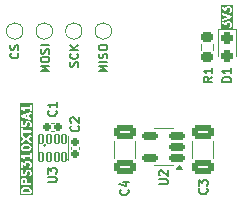
<source format=gbr>
%TF.GenerationSoftware,KiCad,Pcbnew,9.0.0*%
%TF.CreationDate,2025-05-22T16:16:50+04:00*%
%TF.ProjectId,02_02_sensor_barometer (DPS310XTSA1),30325f30-325f-4736-956e-736f725f6261,rev?*%
%TF.SameCoordinates,Original*%
%TF.FileFunction,Legend,Top*%
%TF.FilePolarity,Positive*%
%FSLAX46Y46*%
G04 Gerber Fmt 4.6, Leading zero omitted, Abs format (unit mm)*
G04 Created by KiCad (PCBNEW 9.0.0) date 2025-05-22 16:16:50*
%MOMM*%
%LPD*%
G01*
G04 APERTURE LIST*
G04 Aperture macros list*
%AMRoundRect*
0 Rectangle with rounded corners*
0 $1 Rounding radius*
0 $2 $3 $4 $5 $6 $7 $8 $9 X,Y pos of 4 corners*
0 Add a 4 corners polygon primitive as box body*
4,1,4,$2,$3,$4,$5,$6,$7,$8,$9,$2,$3,0*
0 Add four circle primitives for the rounded corners*
1,1,$1+$1,$2,$3*
1,1,$1+$1,$4,$5*
1,1,$1+$1,$6,$7*
1,1,$1+$1,$8,$9*
0 Add four rect primitives between the rounded corners*
20,1,$1+$1,$2,$3,$4,$5,0*
20,1,$1+$1,$4,$5,$6,$7,0*
20,1,$1+$1,$6,$7,$8,$9,0*
20,1,$1+$1,$8,$9,$2,$3,0*%
G04 Aperture macros list end*
%ADD10C,0.175000*%
%ADD11C,0.150000*%
%ADD12C,0.120000*%
%ADD13C,0.101600*%
%ADD14C,0.059995*%
%ADD15C,0.000000*%
%ADD16RoundRect,0.101600X0.175000X0.725000X-0.175000X0.725000X-0.175000X-0.725000X0.175000X-0.725000X0*%
%ADD17C,0.657200*%
%ADD18RoundRect,0.243750X-0.281250X0.243750X-0.281250X-0.243750X0.281250X-0.243750X0.281250X0.243750X0*%
%ADD19C,1.100000*%
%ADD20RoundRect,0.271739X0.678261X-0.353261X0.678261X0.353261X-0.678261X0.353261X-0.678261X-0.353261X0*%
%ADD21RoundRect,0.225000X-0.300000X0.225000X-0.300000X-0.225000X0.300000X-0.225000X0.300000X0.225000X0*%
%ADD22RoundRect,0.165000X-0.195000X0.165000X-0.195000X-0.165000X0.195000X-0.165000X0.195000X0.165000X0*%
%ADD23RoundRect,0.050000X-0.175260X0.350012X-0.175260X-0.350012X0.175260X-0.350012X0.175260X0.350012X0*%
%ADD24RoundRect,0.165000X-0.165000X-0.195000X0.165000X-0.195000X0.165000X0.195000X-0.165000X0.195000X0*%
%ADD25RoundRect,0.175000X0.537500X0.175000X-0.537500X0.175000X-0.537500X-0.175000X0.537500X-0.175000X0*%
G04 APERTURE END LIST*
D10*
G36*
X141128751Y-107968273D02*
G01*
X141178890Y-107993342D01*
X141225671Y-108040123D01*
X141250364Y-108114200D01*
X141250364Y-108191072D01*
X140675364Y-108191072D01*
X140675364Y-108114200D01*
X140700055Y-108040124D01*
X140746840Y-107993340D01*
X140796971Y-107968274D01*
X140920062Y-107937501D01*
X141005661Y-107937501D01*
X141128751Y-107968273D01*
G37*
G36*
X140857459Y-107207626D02*
G01*
X140873094Y-107223260D01*
X140893221Y-107263514D01*
X140893221Y-107441072D01*
X140675364Y-107441072D01*
X140675364Y-107263514D01*
X140695491Y-107223259D01*
X140711122Y-107207628D01*
X140751378Y-107187501D01*
X140817209Y-107187501D01*
X140857459Y-107207626D01*
G37*
G36*
X141164467Y-104361129D02*
G01*
X141214603Y-104386197D01*
X141230239Y-104401833D01*
X141250364Y-104442083D01*
X141250364Y-104472200D01*
X141230237Y-104512454D01*
X141214602Y-104528088D01*
X141164470Y-104553154D01*
X141041376Y-104583928D01*
X140884348Y-104583928D01*
X140761260Y-104553155D01*
X140711122Y-104528086D01*
X140695491Y-104512455D01*
X140675364Y-104472200D01*
X140675364Y-104442083D01*
X140695489Y-104401833D01*
X140711124Y-104386197D01*
X140761257Y-104361130D01*
X140884348Y-104330357D01*
X141041376Y-104330357D01*
X141164467Y-104361129D01*
G37*
G36*
X141036078Y-101835741D02*
G01*
X140864564Y-101778570D01*
X141036078Y-101721398D01*
X141036078Y-101835741D01*
G37*
G36*
X141512864Y-108453572D02*
G01*
X140412864Y-108453572D01*
X140412864Y-108100001D01*
X140500364Y-108100001D01*
X140500364Y-108278572D01*
X140502045Y-108295642D01*
X140515110Y-108327184D01*
X140539252Y-108351326D01*
X140570794Y-108364391D01*
X140587864Y-108366072D01*
X141337864Y-108366072D01*
X141354934Y-108364391D01*
X141386476Y-108351326D01*
X141410618Y-108327184D01*
X141423683Y-108295642D01*
X141425364Y-108278572D01*
X141425364Y-108100001D01*
X141424513Y-108091361D01*
X141424677Y-108089057D01*
X141423987Y-108086025D01*
X141423683Y-108082931D01*
X141422798Y-108080795D01*
X141420874Y-108072332D01*
X141385160Y-107965188D01*
X141378167Y-107949526D01*
X141376108Y-107947152D01*
X141374904Y-107944245D01*
X141364022Y-107930986D01*
X141292593Y-107859557D01*
X141285880Y-107854047D01*
X141284368Y-107852304D01*
X141281739Y-107850649D01*
X141279334Y-107848675D01*
X141277197Y-107847789D01*
X141269852Y-107843166D01*
X141198423Y-107807452D01*
X141197175Y-107806974D01*
X141196667Y-107806598D01*
X141189509Y-107804041D01*
X141182403Y-107801322D01*
X141181771Y-107801277D01*
X141180514Y-107800828D01*
X141037657Y-107765113D01*
X141034695Y-107764675D01*
X141033505Y-107764182D01*
X141027085Y-107763549D01*
X141020689Y-107762604D01*
X141019411Y-107762794D01*
X141016435Y-107762501D01*
X140909292Y-107762501D01*
X140906316Y-107762794D01*
X140905039Y-107762604D01*
X140898644Y-107763549D01*
X140892222Y-107764182D01*
X140891031Y-107764675D01*
X140888071Y-107765113D01*
X140745213Y-107800827D01*
X140743952Y-107801277D01*
X140743324Y-107801322D01*
X140736244Y-107804031D01*
X140729061Y-107806598D01*
X140728551Y-107806975D01*
X140727304Y-107807453D01*
X140655876Y-107843167D01*
X140648532Y-107847789D01*
X140646394Y-107848675D01*
X140643987Y-107850650D01*
X140641360Y-107852304D01*
X140639847Y-107854047D01*
X140633135Y-107859557D01*
X140561706Y-107930986D01*
X140550824Y-107944245D01*
X140549620Y-107947150D01*
X140547561Y-107949525D01*
X140540568Y-107965188D01*
X140504854Y-108072331D01*
X140502929Y-108080796D01*
X140502045Y-108082931D01*
X140501740Y-108086025D01*
X140501051Y-108089057D01*
X140501214Y-108091361D01*
X140500364Y-108100001D01*
X140412864Y-108100001D01*
X140412864Y-107242858D01*
X140500364Y-107242858D01*
X140500364Y-107528572D01*
X140502045Y-107545642D01*
X140515110Y-107577184D01*
X140539252Y-107601326D01*
X140570794Y-107614391D01*
X140587864Y-107616072D01*
X141337864Y-107616072D01*
X141354934Y-107614391D01*
X141386476Y-107601326D01*
X141410618Y-107577184D01*
X141423683Y-107545642D01*
X141423683Y-107511502D01*
X141410618Y-107479960D01*
X141386476Y-107455818D01*
X141354934Y-107442753D01*
X141337864Y-107441072D01*
X141068221Y-107441072D01*
X141068221Y-107242858D01*
X141066540Y-107225788D01*
X141065336Y-107222883D01*
X141065114Y-107219747D01*
X141058984Y-107203727D01*
X141023270Y-107132298D01*
X141018644Y-107124950D01*
X141017760Y-107122815D01*
X141015787Y-107120411D01*
X141014132Y-107117782D01*
X141012387Y-107116268D01*
X141006878Y-107109556D01*
X140971163Y-107073842D01*
X140964452Y-107068335D01*
X140962939Y-107066590D01*
X140960308Y-107064934D01*
X140957904Y-107062961D01*
X140955767Y-107062076D01*
X140948423Y-107057453D01*
X140876995Y-107021739D01*
X140860976Y-107015608D01*
X140857838Y-107015385D01*
X140854934Y-107014182D01*
X140837864Y-107012501D01*
X140730721Y-107012501D01*
X140713651Y-107014182D01*
X140710746Y-107015385D01*
X140707610Y-107015608D01*
X140691590Y-107021738D01*
X140620161Y-107057452D01*
X140612811Y-107062078D01*
X140610679Y-107062962D01*
X140608277Y-107064932D01*
X140605645Y-107066590D01*
X140604130Y-107068335D01*
X140597420Y-107073843D01*
X140561706Y-107109557D01*
X140556196Y-107116269D01*
X140554453Y-107117782D01*
X140552798Y-107120410D01*
X140550824Y-107122816D01*
X140549938Y-107124952D01*
X140545315Y-107132298D01*
X140509601Y-107203727D01*
X140503471Y-107219747D01*
X140503248Y-107222883D01*
X140502045Y-107225788D01*
X140500364Y-107242858D01*
X140412864Y-107242858D01*
X140412864Y-106492858D01*
X140500364Y-106492858D01*
X140500364Y-106671429D01*
X140502045Y-106688499D01*
X140503248Y-106691403D01*
X140503471Y-106694540D01*
X140509601Y-106710560D01*
X140545315Y-106781989D01*
X140549938Y-106789334D01*
X140550824Y-106791471D01*
X140552798Y-106793876D01*
X140554453Y-106796505D01*
X140556196Y-106798017D01*
X140561706Y-106804730D01*
X140597420Y-106840444D01*
X140604130Y-106845951D01*
X140605645Y-106847697D01*
X140608277Y-106849354D01*
X140610679Y-106851325D01*
X140612811Y-106852208D01*
X140620161Y-106856835D01*
X140691590Y-106892549D01*
X140707610Y-106898679D01*
X140710746Y-106898901D01*
X140713651Y-106900105D01*
X140730721Y-106901786D01*
X140802150Y-106901786D01*
X140819220Y-106900105D01*
X140822124Y-106898901D01*
X140825262Y-106898679D01*
X140841281Y-106892548D01*
X140912709Y-106856834D01*
X140920052Y-106852211D01*
X140922191Y-106851326D01*
X140924597Y-106849350D01*
X140927225Y-106847697D01*
X140928737Y-106845953D01*
X140935450Y-106840444D01*
X140971164Y-106804730D01*
X140976668Y-106798022D01*
X140978417Y-106796506D01*
X140980076Y-106793870D01*
X140982045Y-106791471D01*
X140982928Y-106789339D01*
X140987554Y-106781990D01*
X141023269Y-106710561D01*
X141023747Y-106709311D01*
X141024124Y-106708803D01*
X141026685Y-106701634D01*
X141029400Y-106694541D01*
X141029444Y-106693911D01*
X141029895Y-106692651D01*
X141063280Y-106559108D01*
X141088346Y-106508977D01*
X141103983Y-106493340D01*
X141144233Y-106473215D01*
X141174352Y-106473215D01*
X141214602Y-106493340D01*
X141230239Y-106508977D01*
X141250364Y-106549227D01*
X141250364Y-106692944D01*
X141219140Y-106786616D01*
X141215337Y-106803342D01*
X141217757Y-106837397D01*
X141233026Y-106867934D01*
X141258818Y-106890303D01*
X141291206Y-106901099D01*
X141325261Y-106898679D01*
X141355798Y-106883410D01*
X141378167Y-106857618D01*
X141385160Y-106841956D01*
X141420874Y-106734814D01*
X141422798Y-106726348D01*
X141423683Y-106724214D01*
X141423987Y-106721119D01*
X141424677Y-106718088D01*
X141424513Y-106715783D01*
X141425364Y-106707144D01*
X141425364Y-106528572D01*
X141423683Y-106511502D01*
X141422479Y-106508597D01*
X141422257Y-106505461D01*
X141416126Y-106489441D01*
X141380412Y-106418013D01*
X141375789Y-106410669D01*
X141374904Y-106408531D01*
X141372928Y-106406124D01*
X141371275Y-106403497D01*
X141369531Y-106401984D01*
X141364022Y-106395272D01*
X141328307Y-106359557D01*
X141321594Y-106354047D01*
X141320082Y-106352304D01*
X141317454Y-106350650D01*
X141315048Y-106348675D01*
X141312909Y-106347789D01*
X141305566Y-106343167D01*
X141234138Y-106307453D01*
X141218119Y-106301322D01*
X141214981Y-106301099D01*
X141212077Y-106299896D01*
X141195007Y-106298215D01*
X141123578Y-106298215D01*
X141106508Y-106299896D01*
X141103603Y-106301099D01*
X141100467Y-106301322D01*
X141084447Y-106307453D01*
X141013019Y-106343167D01*
X141005675Y-106347789D01*
X141003537Y-106348675D01*
X141001130Y-106350650D01*
X140998503Y-106352304D01*
X140996990Y-106354047D01*
X140990278Y-106359557D01*
X140954563Y-106395272D01*
X140949053Y-106401984D01*
X140947310Y-106403497D01*
X140945656Y-106406124D01*
X140943681Y-106408531D01*
X140942795Y-106410669D01*
X140938173Y-106418013D01*
X140902459Y-106489441D01*
X140901982Y-106490686D01*
X140901604Y-106491197D01*
X140899043Y-106498363D01*
X140896328Y-106505460D01*
X140896283Y-106506092D01*
X140895834Y-106507350D01*
X140862447Y-106640892D01*
X140837380Y-106691025D01*
X140821745Y-106706661D01*
X140781495Y-106726786D01*
X140751378Y-106726786D01*
X140711122Y-106706658D01*
X140695491Y-106691027D01*
X140675364Y-106650772D01*
X140675364Y-106507057D01*
X140706588Y-106413384D01*
X140710391Y-106396659D01*
X140707971Y-106362604D01*
X140692702Y-106332066D01*
X140666910Y-106309697D01*
X140634522Y-106298901D01*
X140600467Y-106301322D01*
X140569930Y-106316590D01*
X140547561Y-106342382D01*
X140540568Y-106358045D01*
X140504854Y-106465188D01*
X140502929Y-106473653D01*
X140502045Y-106475788D01*
X140501740Y-106478882D01*
X140501051Y-106481914D01*
X140501214Y-106484218D01*
X140500364Y-106492858D01*
X140412864Y-106492858D01*
X140412864Y-105671429D01*
X140500364Y-105671429D01*
X140500364Y-106135715D01*
X140502045Y-106152785D01*
X140515110Y-106184327D01*
X140539252Y-106208469D01*
X140570794Y-106221534D01*
X140604934Y-106221534D01*
X140636476Y-106208469D01*
X140660618Y-106184327D01*
X140673683Y-106152785D01*
X140675364Y-106135715D01*
X140675364Y-105864258D01*
X140815959Y-105987280D01*
X140823338Y-105992555D01*
X140824966Y-105994183D01*
X140826508Y-105994822D01*
X140829912Y-105997255D01*
X140843376Y-106001808D01*
X140856508Y-106007248D01*
X140859459Y-106007248D01*
X140862253Y-106008193D01*
X140876429Y-106007248D01*
X140890648Y-106007248D01*
X140893375Y-106006118D01*
X140896320Y-106005922D01*
X140909061Y-105999620D01*
X140922190Y-105994183D01*
X140924275Y-105992097D01*
X140926923Y-105990788D01*
X140936287Y-105980085D01*
X140946332Y-105970041D01*
X140947460Y-105967315D01*
X140949404Y-105965095D01*
X140953957Y-105951630D01*
X140959397Y-105938499D01*
X140959806Y-105934335D01*
X140960342Y-105932754D01*
X140960188Y-105930457D01*
X140961078Y-105921429D01*
X140961078Y-105834941D01*
X140981203Y-105794691D01*
X140996840Y-105779054D01*
X141037090Y-105758929D01*
X141174352Y-105758929D01*
X141214602Y-105779054D01*
X141230239Y-105794691D01*
X141250364Y-105834941D01*
X141250364Y-106007917D01*
X141230239Y-106048167D01*
X141204563Y-106073843D01*
X141193681Y-106087102D01*
X141180616Y-106118644D01*
X141180616Y-106152786D01*
X141193681Y-106184328D01*
X141217822Y-106208469D01*
X141249364Y-106221534D01*
X141283506Y-106221534D01*
X141315048Y-106208469D01*
X141328307Y-106197587D01*
X141364022Y-106161872D01*
X141369531Y-106155159D01*
X141371275Y-106153647D01*
X141372928Y-106151019D01*
X141374904Y-106148613D01*
X141375789Y-106146474D01*
X141380412Y-106139131D01*
X141416126Y-106067703D01*
X141422257Y-106051683D01*
X141422479Y-106048546D01*
X141423683Y-106045642D01*
X141425364Y-106028572D01*
X141425364Y-105814286D01*
X141423683Y-105797216D01*
X141422479Y-105794311D01*
X141422257Y-105791175D01*
X141416126Y-105775155D01*
X141380412Y-105703727D01*
X141375789Y-105696383D01*
X141374904Y-105694245D01*
X141372928Y-105691838D01*
X141371275Y-105689211D01*
X141369531Y-105687698D01*
X141364022Y-105680986D01*
X141328307Y-105645271D01*
X141321594Y-105639761D01*
X141320082Y-105638018D01*
X141317454Y-105636364D01*
X141315048Y-105634389D01*
X141312909Y-105633503D01*
X141305566Y-105628881D01*
X141234138Y-105593167D01*
X141218119Y-105587036D01*
X141214981Y-105586813D01*
X141212077Y-105585610D01*
X141195007Y-105583929D01*
X141016435Y-105583929D01*
X140999365Y-105585610D01*
X140996460Y-105586813D01*
X140993324Y-105587036D01*
X140977304Y-105593167D01*
X140905876Y-105628881D01*
X140898532Y-105633503D01*
X140896394Y-105634389D01*
X140893987Y-105636364D01*
X140891360Y-105638018D01*
X140889847Y-105639761D01*
X140883135Y-105645271D01*
X140847420Y-105680986D01*
X140841910Y-105687698D01*
X140840167Y-105689211D01*
X140838513Y-105691838D01*
X140836538Y-105694245D01*
X140835652Y-105696383D01*
X140831030Y-105703727D01*
X140808697Y-105748391D01*
X140645483Y-105605579D01*
X140638104Y-105600303D01*
X140636476Y-105598675D01*
X140634932Y-105598035D01*
X140631530Y-105595603D01*
X140618065Y-105591049D01*
X140604934Y-105585610D01*
X140601983Y-105585610D01*
X140599189Y-105584665D01*
X140585013Y-105585610D01*
X140570794Y-105585610D01*
X140568066Y-105586739D01*
X140565122Y-105586936D01*
X140552380Y-105593237D01*
X140539252Y-105598675D01*
X140537166Y-105600760D01*
X140534519Y-105602070D01*
X140525154Y-105612772D01*
X140515110Y-105622817D01*
X140513981Y-105625542D01*
X140512038Y-105627763D01*
X140507484Y-105641227D01*
X140502045Y-105654359D01*
X140501635Y-105658522D01*
X140501100Y-105660104D01*
X140501253Y-105662400D01*
X140500364Y-105671429D01*
X140412864Y-105671429D01*
X140412864Y-105171520D01*
X140500364Y-105171520D01*
X140502045Y-105179924D01*
X140502045Y-105188499D01*
X140505361Y-105196504D01*
X140507060Y-105204999D01*
X140511829Y-105212120D01*
X140515110Y-105220041D01*
X140521235Y-105226166D01*
X140526057Y-105233366D01*
X140539189Y-105244120D01*
X140539252Y-105244183D01*
X140539279Y-105244194D01*
X140539328Y-105244234D01*
X140639262Y-105310855D01*
X140694522Y-105366116D01*
X140723888Y-105424846D01*
X140733026Y-105439362D01*
X140758817Y-105461731D01*
X140791207Y-105472527D01*
X140825262Y-105470106D01*
X140855798Y-105454838D01*
X140878167Y-105429046D01*
X140888963Y-105396656D01*
X140886542Y-105362601D01*
X140880412Y-105346582D01*
X140844697Y-105275154D01*
X140840073Y-105267809D01*
X140839189Y-105265674D01*
X140837215Y-105263268D01*
X140835559Y-105260638D01*
X140833814Y-105259124D01*
X140833654Y-105258929D01*
X141250364Y-105258929D01*
X141250364Y-105385714D01*
X141252045Y-105402784D01*
X141265110Y-105434326D01*
X141289252Y-105458468D01*
X141320794Y-105471533D01*
X141354934Y-105471533D01*
X141386476Y-105458468D01*
X141410618Y-105434326D01*
X141423683Y-105402784D01*
X141425364Y-105385714D01*
X141425364Y-104957143D01*
X141423683Y-104940073D01*
X141410618Y-104908531D01*
X141386476Y-104884389D01*
X141354934Y-104871324D01*
X141320794Y-104871324D01*
X141289252Y-104884389D01*
X141265110Y-104908531D01*
X141252045Y-104940073D01*
X141250364Y-104957143D01*
X141250364Y-105083929D01*
X140587864Y-105083929D01*
X140587803Y-105083934D01*
X140587773Y-105083929D01*
X140587684Y-105083946D01*
X140570794Y-105085610D01*
X140562788Y-105088926D01*
X140554294Y-105090625D01*
X140547172Y-105095394D01*
X140539252Y-105098675D01*
X140533126Y-105104800D01*
X140525927Y-105109622D01*
X140521171Y-105116756D01*
X140515110Y-105122817D01*
X140511795Y-105130819D01*
X140506989Y-105138029D01*
X140505325Y-105146439D01*
X140502045Y-105154359D01*
X140502045Y-105163022D01*
X140500364Y-105171520D01*
X140412864Y-105171520D01*
X140412864Y-104421428D01*
X140500364Y-104421428D01*
X140500364Y-104492857D01*
X140502045Y-104509927D01*
X140503248Y-104512831D01*
X140503471Y-104515968D01*
X140509601Y-104531988D01*
X140545315Y-104603417D01*
X140549938Y-104610762D01*
X140550824Y-104612899D01*
X140552798Y-104615304D01*
X140554453Y-104617933D01*
X140556196Y-104619445D01*
X140561706Y-104626158D01*
X140597420Y-104661872D01*
X140604130Y-104667379D01*
X140605645Y-104669125D01*
X140608277Y-104670782D01*
X140610679Y-104672753D01*
X140612811Y-104673636D01*
X140620161Y-104678263D01*
X140691590Y-104713977D01*
X140692839Y-104714455D01*
X140693347Y-104714831D01*
X140700513Y-104717391D01*
X140707610Y-104720107D01*
X140708238Y-104720151D01*
X140709499Y-104720602D01*
X140852357Y-104756316D01*
X140855317Y-104756753D01*
X140856508Y-104757247D01*
X140862930Y-104757879D01*
X140869325Y-104758825D01*
X140870602Y-104758634D01*
X140873578Y-104758928D01*
X141052150Y-104758928D01*
X141055126Y-104758634D01*
X141056404Y-104758825D01*
X141062800Y-104757879D01*
X141069220Y-104757247D01*
X141070410Y-104756753D01*
X141073372Y-104756316D01*
X141216229Y-104720601D01*
X141217486Y-104720151D01*
X141218119Y-104720107D01*
X141225215Y-104717391D01*
X141232382Y-104714831D01*
X141232892Y-104714452D01*
X141234138Y-104713976D01*
X141305566Y-104678262D01*
X141312910Y-104673638D01*
X141315047Y-104672754D01*
X141317451Y-104670780D01*
X141320082Y-104669125D01*
X141321595Y-104667379D01*
X141328306Y-104661873D01*
X141364021Y-104626159D01*
X141369530Y-104619446D01*
X141371275Y-104617933D01*
X141372930Y-104615303D01*
X141374903Y-104612900D01*
X141375787Y-104610764D01*
X141380413Y-104603417D01*
X141416127Y-104531988D01*
X141422257Y-104515968D01*
X141422479Y-104512831D01*
X141423683Y-104509927D01*
X141425364Y-104492857D01*
X141425364Y-104421428D01*
X141423683Y-104404358D01*
X141422479Y-104401453D01*
X141422257Y-104398317D01*
X141416126Y-104382297D01*
X141380412Y-104310869D01*
X141375788Y-104303523D01*
X141374903Y-104301386D01*
X141372929Y-104298981D01*
X141371275Y-104296353D01*
X141369530Y-104294840D01*
X141364021Y-104288127D01*
X141328306Y-104252413D01*
X141321595Y-104246906D01*
X141320083Y-104245162D01*
X141317452Y-104243506D01*
X141315047Y-104241532D01*
X141312911Y-104240647D01*
X141305567Y-104236024D01*
X141234139Y-104200309D01*
X141232891Y-104199831D01*
X141232382Y-104199454D01*
X141225221Y-104196896D01*
X141218119Y-104194178D01*
X141217486Y-104194133D01*
X141216229Y-104193684D01*
X141073372Y-104157969D01*
X141070410Y-104157531D01*
X141069220Y-104157038D01*
X141062800Y-104156405D01*
X141056404Y-104155460D01*
X141055126Y-104155650D01*
X141052150Y-104155357D01*
X140873578Y-104155357D01*
X140870602Y-104155650D01*
X140869325Y-104155460D01*
X140862930Y-104156405D01*
X140856508Y-104157038D01*
X140855317Y-104157531D01*
X140852357Y-104157969D01*
X140709499Y-104193683D01*
X140708238Y-104194133D01*
X140707609Y-104194178D01*
X140700515Y-104196892D01*
X140693347Y-104199454D01*
X140692838Y-104199830D01*
X140691589Y-104200309D01*
X140620160Y-104236024D01*
X140612810Y-104240649D01*
X140610679Y-104241533D01*
X140608279Y-104243501D01*
X140605644Y-104245161D01*
X140604127Y-104246909D01*
X140597420Y-104252414D01*
X140561706Y-104288128D01*
X140556196Y-104294840D01*
X140554453Y-104296353D01*
X140552799Y-104298980D01*
X140550824Y-104301387D01*
X140549938Y-104303525D01*
X140545316Y-104310869D01*
X140509602Y-104382297D01*
X140503471Y-104398316D01*
X140503248Y-104401453D01*
X140502045Y-104404358D01*
X140500364Y-104421428D01*
X140412864Y-104421428D01*
X140412864Y-103492948D01*
X140500364Y-103492948D01*
X140507060Y-103526427D01*
X140526057Y-103554794D01*
X140539328Y-103565661D01*
X140805121Y-103742857D01*
X140539328Y-103920053D01*
X140526057Y-103930920D01*
X140507060Y-103959287D01*
X140500364Y-103992766D01*
X140506990Y-104026258D01*
X140525927Y-104054664D01*
X140554294Y-104073661D01*
X140587773Y-104080357D01*
X140621265Y-104073731D01*
X140636400Y-104065661D01*
X140962863Y-103848018D01*
X141289328Y-104065662D01*
X141304463Y-104073732D01*
X141337955Y-104080357D01*
X141371434Y-104073661D01*
X141399801Y-104054664D01*
X141418739Y-104026258D01*
X141425364Y-103992766D01*
X141418668Y-103959287D01*
X141399671Y-103930920D01*
X141386400Y-103920053D01*
X141120606Y-103742857D01*
X141386400Y-103565661D01*
X141399671Y-103554794D01*
X141418668Y-103526427D01*
X141425364Y-103492948D01*
X141418739Y-103459456D01*
X141399801Y-103431050D01*
X141371434Y-103412053D01*
X141337955Y-103405357D01*
X141304463Y-103411982D01*
X141289328Y-103420052D01*
X140962863Y-103637695D01*
X140636400Y-103420053D01*
X140621265Y-103411983D01*
X140587773Y-103405357D01*
X140554294Y-103412053D01*
X140525927Y-103431050D01*
X140506990Y-103459456D01*
X140500364Y-103492948D01*
X140412864Y-103492948D01*
X140412864Y-102885714D01*
X140500364Y-102885714D01*
X140500364Y-103314285D01*
X140502045Y-103331355D01*
X140515110Y-103362897D01*
X140539252Y-103387039D01*
X140570794Y-103400104D01*
X140604934Y-103400104D01*
X140636476Y-103387039D01*
X140660618Y-103362897D01*
X140673683Y-103331355D01*
X140675364Y-103314285D01*
X140675364Y-103187499D01*
X141337864Y-103187499D01*
X141354934Y-103185818D01*
X141386476Y-103172753D01*
X141410618Y-103148611D01*
X141423683Y-103117069D01*
X141423683Y-103082929D01*
X141410618Y-103051387D01*
X141386476Y-103027245D01*
X141354934Y-103014180D01*
X141337864Y-103012499D01*
X140675364Y-103012499D01*
X140675364Y-102885714D01*
X140673683Y-102868644D01*
X140660618Y-102837102D01*
X140636476Y-102812960D01*
X140604934Y-102799895D01*
X140570794Y-102799895D01*
X140539252Y-102812960D01*
X140515110Y-102837102D01*
X140502045Y-102868644D01*
X140500364Y-102885714D01*
X140412864Y-102885714D01*
X140412864Y-102349999D01*
X140500364Y-102349999D01*
X140500364Y-102528570D01*
X140502045Y-102545640D01*
X140503248Y-102548544D01*
X140503471Y-102551681D01*
X140509601Y-102567701D01*
X140545315Y-102639130D01*
X140549938Y-102646475D01*
X140550824Y-102648612D01*
X140552798Y-102651017D01*
X140554453Y-102653646D01*
X140556196Y-102655158D01*
X140561706Y-102661871D01*
X140597420Y-102697585D01*
X140604130Y-102703092D01*
X140605645Y-102704838D01*
X140608277Y-102706495D01*
X140610679Y-102708466D01*
X140612811Y-102709349D01*
X140620161Y-102713976D01*
X140691590Y-102749690D01*
X140707610Y-102755820D01*
X140710746Y-102756042D01*
X140713651Y-102757246D01*
X140730721Y-102758927D01*
X140802150Y-102758927D01*
X140819220Y-102757246D01*
X140822124Y-102756042D01*
X140825262Y-102755820D01*
X140841281Y-102749689D01*
X140912709Y-102713975D01*
X140920052Y-102709352D01*
X140922191Y-102708467D01*
X140924597Y-102706491D01*
X140927225Y-102704838D01*
X140928737Y-102703094D01*
X140935450Y-102697585D01*
X140971164Y-102661871D01*
X140976668Y-102655163D01*
X140978417Y-102653647D01*
X140980076Y-102651011D01*
X140982045Y-102648612D01*
X140982928Y-102646480D01*
X140987554Y-102639131D01*
X141023269Y-102567702D01*
X141023747Y-102566452D01*
X141024124Y-102565944D01*
X141026685Y-102558775D01*
X141029400Y-102551682D01*
X141029444Y-102551052D01*
X141029895Y-102549792D01*
X141063280Y-102416249D01*
X141088346Y-102366118D01*
X141103983Y-102350481D01*
X141144233Y-102330356D01*
X141174352Y-102330356D01*
X141214602Y-102350481D01*
X141230239Y-102366118D01*
X141250364Y-102406368D01*
X141250364Y-102550085D01*
X141219140Y-102643757D01*
X141215337Y-102660483D01*
X141217757Y-102694538D01*
X141233026Y-102725075D01*
X141258818Y-102747444D01*
X141291206Y-102758240D01*
X141325261Y-102755820D01*
X141355798Y-102740551D01*
X141378167Y-102714759D01*
X141385160Y-102699097D01*
X141420874Y-102591955D01*
X141422798Y-102583489D01*
X141423683Y-102581355D01*
X141423987Y-102578260D01*
X141424677Y-102575229D01*
X141424513Y-102572924D01*
X141425364Y-102564285D01*
X141425364Y-102385713D01*
X141423683Y-102368643D01*
X141422479Y-102365738D01*
X141422257Y-102362602D01*
X141416126Y-102346582D01*
X141380412Y-102275154D01*
X141375789Y-102267810D01*
X141374904Y-102265672D01*
X141372928Y-102263265D01*
X141371275Y-102260638D01*
X141369531Y-102259125D01*
X141364022Y-102252413D01*
X141328307Y-102216698D01*
X141321594Y-102211188D01*
X141320082Y-102209445D01*
X141317454Y-102207791D01*
X141315048Y-102205816D01*
X141312909Y-102204930D01*
X141305566Y-102200308D01*
X141234138Y-102164594D01*
X141218119Y-102158463D01*
X141214981Y-102158240D01*
X141212077Y-102157037D01*
X141195007Y-102155356D01*
X141123578Y-102155356D01*
X141106508Y-102157037D01*
X141103603Y-102158240D01*
X141100467Y-102158463D01*
X141084447Y-102164594D01*
X141013019Y-102200308D01*
X141005675Y-102204930D01*
X141003537Y-102205816D01*
X141001130Y-102207791D01*
X140998503Y-102209445D01*
X140996990Y-102211188D01*
X140990278Y-102216698D01*
X140954563Y-102252413D01*
X140949053Y-102259125D01*
X140947310Y-102260638D01*
X140945656Y-102263265D01*
X140943681Y-102265672D01*
X140942795Y-102267810D01*
X140938173Y-102275154D01*
X140902459Y-102346582D01*
X140901982Y-102347827D01*
X140901604Y-102348338D01*
X140899043Y-102355504D01*
X140896328Y-102362601D01*
X140896283Y-102363233D01*
X140895834Y-102364491D01*
X140862447Y-102498033D01*
X140837380Y-102548166D01*
X140821745Y-102563802D01*
X140781495Y-102583927D01*
X140751378Y-102583927D01*
X140711122Y-102563799D01*
X140695491Y-102548168D01*
X140675364Y-102507913D01*
X140675364Y-102364198D01*
X140706588Y-102270525D01*
X140710391Y-102253800D01*
X140707971Y-102219745D01*
X140692702Y-102189207D01*
X140666910Y-102166838D01*
X140634522Y-102156042D01*
X140600467Y-102158463D01*
X140569930Y-102173731D01*
X140547561Y-102199523D01*
X140540568Y-102215186D01*
X140504854Y-102322329D01*
X140502929Y-102330794D01*
X140502045Y-102332929D01*
X140501740Y-102336023D01*
X140501051Y-102339055D01*
X140501214Y-102341359D01*
X140500364Y-102349999D01*
X140412864Y-102349999D01*
X140412864Y-101767626D01*
X140501051Y-101767626D01*
X140501828Y-101778570D01*
X140501051Y-101789514D01*
X140503027Y-101795444D01*
X140503471Y-101801681D01*
X140508377Y-101811494D01*
X140511847Y-101821902D01*
X140515943Y-101826625D01*
X140518740Y-101832218D01*
X140527027Y-101839406D01*
X140534216Y-101847694D01*
X140539808Y-101850490D01*
X140544532Y-101854587D01*
X140560194Y-101861580D01*
X141310194Y-102111580D01*
X141326919Y-102115383D01*
X141360974Y-102112963D01*
X141391512Y-102097694D01*
X141413881Y-102071902D01*
X141424677Y-102039514D01*
X141422257Y-102005459D01*
X141406988Y-101974922D01*
X141381196Y-101952553D01*
X141365534Y-101945560D01*
X141211078Y-101894074D01*
X141211078Y-101663065D01*
X141365534Y-101611580D01*
X141381196Y-101604587D01*
X141406988Y-101582218D01*
X141422257Y-101551681D01*
X141424677Y-101517626D01*
X141413881Y-101485238D01*
X141391512Y-101459446D01*
X141360974Y-101444177D01*
X141326919Y-101441757D01*
X141310194Y-101445560D01*
X140560194Y-101695560D01*
X140544532Y-101702553D01*
X140539808Y-101706649D01*
X140534216Y-101709446D01*
X140527027Y-101717733D01*
X140518740Y-101724922D01*
X140515943Y-101730514D01*
X140511847Y-101735238D01*
X140508377Y-101745645D01*
X140503471Y-101755459D01*
X140503027Y-101761695D01*
X140501051Y-101767626D01*
X140412864Y-101767626D01*
X140412864Y-101100090D01*
X140500364Y-101100090D01*
X140502045Y-101108494D01*
X140502045Y-101117069D01*
X140505361Y-101125074D01*
X140507060Y-101133569D01*
X140511829Y-101140690D01*
X140515110Y-101148611D01*
X140521235Y-101154736D01*
X140526057Y-101161936D01*
X140539189Y-101172690D01*
X140539252Y-101172753D01*
X140539279Y-101172764D01*
X140539328Y-101172804D01*
X140639262Y-101239425D01*
X140694522Y-101294686D01*
X140723888Y-101353416D01*
X140733026Y-101367932D01*
X140758817Y-101390301D01*
X140791207Y-101401097D01*
X140825262Y-101398676D01*
X140855798Y-101383408D01*
X140878167Y-101357616D01*
X140888963Y-101325226D01*
X140886542Y-101291171D01*
X140880412Y-101275152D01*
X140844697Y-101203724D01*
X140840073Y-101196379D01*
X140839189Y-101194244D01*
X140837215Y-101191838D01*
X140835559Y-101189208D01*
X140833814Y-101187694D01*
X140833654Y-101187499D01*
X141250364Y-101187499D01*
X141250364Y-101314284D01*
X141252045Y-101331354D01*
X141265110Y-101362896D01*
X141289252Y-101387038D01*
X141320794Y-101400103D01*
X141354934Y-101400103D01*
X141386476Y-101387038D01*
X141410618Y-101362896D01*
X141423683Y-101331354D01*
X141425364Y-101314284D01*
X141425364Y-100885713D01*
X141423683Y-100868643D01*
X141410618Y-100837101D01*
X141386476Y-100812959D01*
X141354934Y-100799894D01*
X141320794Y-100799894D01*
X141289252Y-100812959D01*
X141265110Y-100837101D01*
X141252045Y-100868643D01*
X141250364Y-100885713D01*
X141250364Y-101012499D01*
X140587864Y-101012499D01*
X140587803Y-101012504D01*
X140587773Y-101012499D01*
X140587684Y-101012516D01*
X140570794Y-101014180D01*
X140562788Y-101017496D01*
X140554294Y-101019195D01*
X140547172Y-101023964D01*
X140539252Y-101027245D01*
X140533126Y-101033370D01*
X140525927Y-101038192D01*
X140521171Y-101045326D01*
X140515110Y-101051387D01*
X140511795Y-101059389D01*
X140506989Y-101066599D01*
X140505325Y-101075009D01*
X140502045Y-101082929D01*
X140502045Y-101091592D01*
X140500364Y-101100090D01*
X140412864Y-101100090D01*
X140412864Y-100712394D01*
X141512864Y-100712394D01*
X141512864Y-108453572D01*
G37*
D11*
X145332700Y-97599999D02*
X145366033Y-97499999D01*
X145366033Y-97499999D02*
X145366033Y-97333333D01*
X145366033Y-97333333D02*
X145332700Y-97266666D01*
X145332700Y-97266666D02*
X145299366Y-97233333D01*
X145299366Y-97233333D02*
X145232700Y-97199999D01*
X145232700Y-97199999D02*
X145166033Y-97199999D01*
X145166033Y-97199999D02*
X145099366Y-97233333D01*
X145099366Y-97233333D02*
X145066033Y-97266666D01*
X145066033Y-97266666D02*
X145032700Y-97333333D01*
X145032700Y-97333333D02*
X144999366Y-97466666D01*
X144999366Y-97466666D02*
X144966033Y-97533333D01*
X144966033Y-97533333D02*
X144932700Y-97566666D01*
X144932700Y-97566666D02*
X144866033Y-97599999D01*
X144866033Y-97599999D02*
X144799366Y-97599999D01*
X144799366Y-97599999D02*
X144732700Y-97566666D01*
X144732700Y-97566666D02*
X144699366Y-97533333D01*
X144699366Y-97533333D02*
X144666033Y-97466666D01*
X144666033Y-97466666D02*
X144666033Y-97299999D01*
X144666033Y-97299999D02*
X144699366Y-97199999D01*
X145299366Y-96499999D02*
X145332700Y-96533332D01*
X145332700Y-96533332D02*
X145366033Y-96633332D01*
X145366033Y-96633332D02*
X145366033Y-96699999D01*
X145366033Y-96699999D02*
X145332700Y-96799999D01*
X145332700Y-96799999D02*
X145266033Y-96866666D01*
X145266033Y-96866666D02*
X145199366Y-96899999D01*
X145199366Y-96899999D02*
X145066033Y-96933332D01*
X145066033Y-96933332D02*
X144966033Y-96933332D01*
X144966033Y-96933332D02*
X144832700Y-96899999D01*
X144832700Y-96899999D02*
X144766033Y-96866666D01*
X144766033Y-96866666D02*
X144699366Y-96799999D01*
X144699366Y-96799999D02*
X144666033Y-96699999D01*
X144666033Y-96699999D02*
X144666033Y-96633332D01*
X144666033Y-96633332D02*
X144699366Y-96533332D01*
X144699366Y-96533332D02*
X144732700Y-96499999D01*
X145366033Y-96199999D02*
X144666033Y-96199999D01*
X145366033Y-95799999D02*
X144966033Y-96099999D01*
X144666033Y-95799999D02*
X145066033Y-96199999D01*
G36*
X158443811Y-94418004D02*
G01*
X157438255Y-94418004D01*
X157438255Y-93833333D01*
X157516033Y-93833333D01*
X157516033Y-94266667D01*
X157517474Y-94281299D01*
X157528673Y-94308335D01*
X157549365Y-94329027D01*
X157576401Y-94340226D01*
X157605665Y-94340226D01*
X157632701Y-94329027D01*
X157653393Y-94308335D01*
X157664592Y-94281299D01*
X157666033Y-94266667D01*
X157666033Y-93998615D01*
X157808312Y-94123110D01*
X157814636Y-94127631D01*
X157816032Y-94129027D01*
X157817355Y-94129575D01*
X157820273Y-94131661D01*
X157831810Y-94135562D01*
X157843068Y-94140226D01*
X157845599Y-94140226D01*
X157847994Y-94141036D01*
X157860147Y-94140226D01*
X157872332Y-94140226D01*
X157874668Y-94139258D01*
X157877192Y-94139090D01*
X157888117Y-94133687D01*
X157899368Y-94129027D01*
X157901154Y-94127240D01*
X157903424Y-94126118D01*
X157911449Y-94116945D01*
X157920060Y-94108335D01*
X157921028Y-94105998D01*
X157922694Y-94104094D01*
X157926595Y-94092556D01*
X157931259Y-94081299D01*
X157931610Y-94077728D01*
X157932069Y-94076373D01*
X157931937Y-94074405D01*
X157932700Y-94066667D01*
X157932700Y-93984371D01*
X157952671Y-93944427D01*
X157968793Y-93928305D01*
X158008738Y-93908333D01*
X158139994Y-93908333D01*
X158179940Y-93928306D01*
X158196061Y-93944427D01*
X158216033Y-93984371D01*
X158216033Y-94148962D01*
X158196061Y-94188906D01*
X158171333Y-94213634D01*
X158162006Y-94224999D01*
X158150807Y-94252036D01*
X158150807Y-94281298D01*
X158162006Y-94308335D01*
X158182698Y-94329027D01*
X158209735Y-94340226D01*
X158238997Y-94340226D01*
X158266034Y-94329027D01*
X158277399Y-94319700D01*
X158310733Y-94286366D01*
X158315451Y-94280616D01*
X158316950Y-94279317D01*
X158318371Y-94277057D01*
X158320060Y-94275001D01*
X158320817Y-94273173D01*
X158324782Y-94266874D01*
X158358115Y-94200208D01*
X158363370Y-94186476D01*
X158363560Y-94183788D01*
X158364592Y-94181299D01*
X158366033Y-94166667D01*
X158366033Y-93966667D01*
X158364592Y-93952035D01*
X158363560Y-93949545D01*
X158363370Y-93946858D01*
X158358115Y-93933127D01*
X158324782Y-93866459D01*
X158320817Y-93860161D01*
X158320060Y-93858332D01*
X158318369Y-93856272D01*
X158316950Y-93854017D01*
X158315453Y-93852719D01*
X158310732Y-93846966D01*
X158277398Y-93813633D01*
X158271646Y-93808912D01*
X158270350Y-93807418D01*
X158268095Y-93805998D01*
X158266033Y-93804306D01*
X158264202Y-93803548D01*
X158257908Y-93799585D01*
X158191242Y-93766251D01*
X158177510Y-93760996D01*
X158174820Y-93760804D01*
X158172332Y-93759774D01*
X158157700Y-93758333D01*
X157991033Y-93758333D01*
X157976401Y-93759774D01*
X157973912Y-93760804D01*
X157971223Y-93760996D01*
X157957491Y-93766251D01*
X157890825Y-93799585D01*
X157884528Y-93803548D01*
X157882698Y-93804307D01*
X157880636Y-93805998D01*
X157878382Y-93807418D01*
X157877085Y-93808913D01*
X157871333Y-93813634D01*
X157838000Y-93846967D01*
X157833281Y-93852716D01*
X157831783Y-93854016D01*
X157830361Y-93856275D01*
X157828673Y-93858332D01*
X157827915Y-93860159D01*
X157823951Y-93866459D01*
X157799248Y-93915864D01*
X157640421Y-93776890D01*
X157634096Y-93772368D01*
X157632701Y-93770973D01*
X157631377Y-93770424D01*
X157628460Y-93768339D01*
X157616922Y-93764437D01*
X157605665Y-93759774D01*
X157603134Y-93759774D01*
X157600739Y-93758964D01*
X157588586Y-93759774D01*
X157576401Y-93759774D01*
X157574064Y-93760741D01*
X157571541Y-93760910D01*
X157560615Y-93766312D01*
X157549365Y-93770973D01*
X157547578Y-93772759D01*
X157545309Y-93773882D01*
X157537283Y-93783054D01*
X157528673Y-93791665D01*
X157527704Y-93794001D01*
X157526039Y-93795906D01*
X157522137Y-93807443D01*
X157517474Y-93818701D01*
X157517122Y-93822271D01*
X157516664Y-93823627D01*
X157516795Y-93825594D01*
X157516033Y-93833333D01*
X157438255Y-93833333D01*
X157438255Y-93157286D01*
X157516622Y-93157286D01*
X157518697Y-93186476D01*
X157531783Y-93212649D01*
X157553890Y-93231823D01*
X157567316Y-93237817D01*
X158053863Y-93399999D01*
X157567316Y-93562182D01*
X157553890Y-93568176D01*
X157531783Y-93587350D01*
X157518697Y-93613523D01*
X157516622Y-93642713D01*
X157525876Y-93670476D01*
X157545050Y-93692583D01*
X157571223Y-93705669D01*
X157600413Y-93707744D01*
X157614750Y-93704484D01*
X158314750Y-93471151D01*
X158328176Y-93465157D01*
X158332224Y-93461645D01*
X158337016Y-93459250D01*
X158343178Y-93452145D01*
X158350283Y-93445983D01*
X158352679Y-93441190D01*
X158356190Y-93437143D01*
X158359163Y-93428223D01*
X158363370Y-93419810D01*
X158363750Y-93414461D01*
X158365444Y-93409380D01*
X158364777Y-93400007D01*
X158365445Y-93390620D01*
X158363748Y-93385531D01*
X158363369Y-93380190D01*
X158359165Y-93371782D01*
X158356190Y-93362857D01*
X158352678Y-93358808D01*
X158350283Y-93354017D01*
X158343180Y-93347857D01*
X158337017Y-93340750D01*
X158332222Y-93338352D01*
X158328176Y-93334843D01*
X158314750Y-93328849D01*
X157614750Y-93095515D01*
X157600413Y-93092255D01*
X157571223Y-93094330D01*
X157545050Y-93107416D01*
X157525876Y-93129523D01*
X157516622Y-93157286D01*
X157438255Y-93157286D01*
X157438255Y-92566666D01*
X157516033Y-92566666D01*
X157516033Y-93000000D01*
X157517474Y-93014632D01*
X157528673Y-93041668D01*
X157549365Y-93062360D01*
X157576401Y-93073559D01*
X157605665Y-93073559D01*
X157632701Y-93062360D01*
X157653393Y-93041668D01*
X157664592Y-93014632D01*
X157666033Y-93000000D01*
X157666033Y-92731948D01*
X157808312Y-92856443D01*
X157814636Y-92860964D01*
X157816032Y-92862360D01*
X157817355Y-92862908D01*
X157820273Y-92864994D01*
X157831810Y-92868895D01*
X157843068Y-92873559D01*
X157845599Y-92873559D01*
X157847994Y-92874369D01*
X157860147Y-92873559D01*
X157872332Y-92873559D01*
X157874668Y-92872591D01*
X157877192Y-92872423D01*
X157888117Y-92867020D01*
X157899368Y-92862360D01*
X157901154Y-92860573D01*
X157903424Y-92859451D01*
X157911449Y-92850278D01*
X157920060Y-92841668D01*
X157921028Y-92839331D01*
X157922694Y-92837427D01*
X157926595Y-92825889D01*
X157931259Y-92814632D01*
X157931610Y-92811061D01*
X157932069Y-92809706D01*
X157931937Y-92807738D01*
X157932700Y-92800000D01*
X157932700Y-92717704D01*
X157952671Y-92677760D01*
X157968793Y-92661638D01*
X158008738Y-92641666D01*
X158139994Y-92641666D01*
X158179940Y-92661639D01*
X158196061Y-92677760D01*
X158216033Y-92717704D01*
X158216033Y-92882295D01*
X158196061Y-92922239D01*
X158171333Y-92946967D01*
X158162006Y-92958332D01*
X158150807Y-92985369D01*
X158150807Y-93014631D01*
X158162006Y-93041668D01*
X158182698Y-93062360D01*
X158209735Y-93073559D01*
X158238997Y-93073559D01*
X158266034Y-93062360D01*
X158277399Y-93053033D01*
X158310733Y-93019699D01*
X158315451Y-93013949D01*
X158316950Y-93012650D01*
X158318371Y-93010390D01*
X158320060Y-93008334D01*
X158320817Y-93006506D01*
X158324782Y-93000207D01*
X158358115Y-92933541D01*
X158363370Y-92919809D01*
X158363560Y-92917121D01*
X158364592Y-92914632D01*
X158366033Y-92900000D01*
X158366033Y-92700000D01*
X158364592Y-92685368D01*
X158363560Y-92682878D01*
X158363370Y-92680191D01*
X158358115Y-92666460D01*
X158324782Y-92599792D01*
X158320817Y-92593494D01*
X158320060Y-92591665D01*
X158318369Y-92589605D01*
X158316950Y-92587350D01*
X158315453Y-92586052D01*
X158310732Y-92580299D01*
X158277398Y-92546966D01*
X158271646Y-92542245D01*
X158270350Y-92540751D01*
X158268095Y-92539331D01*
X158266033Y-92537639D01*
X158264202Y-92536881D01*
X158257908Y-92532918D01*
X158191242Y-92499584D01*
X158177510Y-92494329D01*
X158174820Y-92494137D01*
X158172332Y-92493107D01*
X158157700Y-92491666D01*
X157991033Y-92491666D01*
X157976401Y-92493107D01*
X157973912Y-92494137D01*
X157971223Y-92494329D01*
X157957491Y-92499584D01*
X157890825Y-92532918D01*
X157884528Y-92536881D01*
X157882698Y-92537640D01*
X157880636Y-92539331D01*
X157878382Y-92540751D01*
X157877085Y-92542246D01*
X157871333Y-92546967D01*
X157838000Y-92580300D01*
X157833281Y-92586049D01*
X157831783Y-92587349D01*
X157830361Y-92589608D01*
X157828673Y-92591665D01*
X157827915Y-92593492D01*
X157823951Y-92599792D01*
X157799248Y-92649197D01*
X157640421Y-92510223D01*
X157634096Y-92505701D01*
X157632701Y-92504306D01*
X157631377Y-92503757D01*
X157628460Y-92501672D01*
X157616922Y-92497770D01*
X157605665Y-92493107D01*
X157603134Y-92493107D01*
X157600739Y-92492297D01*
X157588586Y-92493107D01*
X157576401Y-92493107D01*
X157574064Y-92494074D01*
X157571541Y-92494243D01*
X157560615Y-92499645D01*
X157549365Y-92504306D01*
X157547578Y-92506092D01*
X157545309Y-92507215D01*
X157537283Y-92516387D01*
X157528673Y-92524998D01*
X157527704Y-92527334D01*
X157526039Y-92529239D01*
X157522137Y-92540776D01*
X157517474Y-92552034D01*
X157517122Y-92555604D01*
X157516664Y-92556960D01*
X157516795Y-92558927D01*
X157516033Y-92566666D01*
X157438255Y-92566666D01*
X157438255Y-92413888D01*
X158443811Y-92413888D01*
X158443811Y-94418004D01*
G37*
X140249366Y-96466666D02*
X140282700Y-96499999D01*
X140282700Y-96499999D02*
X140316033Y-96599999D01*
X140316033Y-96599999D02*
X140316033Y-96666666D01*
X140316033Y-96666666D02*
X140282700Y-96766666D01*
X140282700Y-96766666D02*
X140216033Y-96833333D01*
X140216033Y-96833333D02*
X140149366Y-96866666D01*
X140149366Y-96866666D02*
X140016033Y-96899999D01*
X140016033Y-96899999D02*
X139916033Y-96899999D01*
X139916033Y-96899999D02*
X139782700Y-96866666D01*
X139782700Y-96866666D02*
X139716033Y-96833333D01*
X139716033Y-96833333D02*
X139649366Y-96766666D01*
X139649366Y-96766666D02*
X139616033Y-96666666D01*
X139616033Y-96666666D02*
X139616033Y-96599999D01*
X139616033Y-96599999D02*
X139649366Y-96499999D01*
X139649366Y-96499999D02*
X139682700Y-96466666D01*
X140282700Y-96199999D02*
X140316033Y-96099999D01*
X140316033Y-96099999D02*
X140316033Y-95933333D01*
X140316033Y-95933333D02*
X140282700Y-95866666D01*
X140282700Y-95866666D02*
X140249366Y-95833333D01*
X140249366Y-95833333D02*
X140182700Y-95799999D01*
X140182700Y-95799999D02*
X140116033Y-95799999D01*
X140116033Y-95799999D02*
X140049366Y-95833333D01*
X140049366Y-95833333D02*
X140016033Y-95866666D01*
X140016033Y-95866666D02*
X139982700Y-95933333D01*
X139982700Y-95933333D02*
X139949366Y-96066666D01*
X139949366Y-96066666D02*
X139916033Y-96133333D01*
X139916033Y-96133333D02*
X139882700Y-96166666D01*
X139882700Y-96166666D02*
X139816033Y-96199999D01*
X139816033Y-96199999D02*
X139749366Y-96199999D01*
X139749366Y-96199999D02*
X139682700Y-96166666D01*
X139682700Y-96166666D02*
X139649366Y-96133333D01*
X139649366Y-96133333D02*
X139616033Y-96066666D01*
X139616033Y-96066666D02*
X139616033Y-95899999D01*
X139616033Y-95899999D02*
X139649366Y-95799999D01*
X142916033Y-97999999D02*
X142216033Y-97999999D01*
X142216033Y-97999999D02*
X142716033Y-97766666D01*
X142716033Y-97766666D02*
X142216033Y-97533332D01*
X142216033Y-97533332D02*
X142916033Y-97533332D01*
X142216033Y-97066666D02*
X142216033Y-96933332D01*
X142216033Y-96933332D02*
X142249366Y-96866666D01*
X142249366Y-96866666D02*
X142316033Y-96799999D01*
X142316033Y-96799999D02*
X142449366Y-96766666D01*
X142449366Y-96766666D02*
X142682700Y-96766666D01*
X142682700Y-96766666D02*
X142816033Y-96799999D01*
X142816033Y-96799999D02*
X142882700Y-96866666D01*
X142882700Y-96866666D02*
X142916033Y-96933332D01*
X142916033Y-96933332D02*
X142916033Y-97066666D01*
X142916033Y-97066666D02*
X142882700Y-97133332D01*
X142882700Y-97133332D02*
X142816033Y-97199999D01*
X142816033Y-97199999D02*
X142682700Y-97233332D01*
X142682700Y-97233332D02*
X142449366Y-97233332D01*
X142449366Y-97233332D02*
X142316033Y-97199999D01*
X142316033Y-97199999D02*
X142249366Y-97133332D01*
X142249366Y-97133332D02*
X142216033Y-97066666D01*
X142882700Y-96499999D02*
X142916033Y-96399999D01*
X142916033Y-96399999D02*
X142916033Y-96233333D01*
X142916033Y-96233333D02*
X142882700Y-96166666D01*
X142882700Y-96166666D02*
X142849366Y-96133333D01*
X142849366Y-96133333D02*
X142782700Y-96099999D01*
X142782700Y-96099999D02*
X142716033Y-96099999D01*
X142716033Y-96099999D02*
X142649366Y-96133333D01*
X142649366Y-96133333D02*
X142616033Y-96166666D01*
X142616033Y-96166666D02*
X142582700Y-96233333D01*
X142582700Y-96233333D02*
X142549366Y-96366666D01*
X142549366Y-96366666D02*
X142516033Y-96433333D01*
X142516033Y-96433333D02*
X142482700Y-96466666D01*
X142482700Y-96466666D02*
X142416033Y-96499999D01*
X142416033Y-96499999D02*
X142349366Y-96499999D01*
X142349366Y-96499999D02*
X142282700Y-96466666D01*
X142282700Y-96466666D02*
X142249366Y-96433333D01*
X142249366Y-96433333D02*
X142216033Y-96366666D01*
X142216033Y-96366666D02*
X142216033Y-96199999D01*
X142216033Y-96199999D02*
X142249366Y-96099999D01*
X142916033Y-95799999D02*
X142216033Y-95799999D01*
D10*
X158312864Y-98891071D02*
X157562864Y-98891071D01*
X157562864Y-98891071D02*
X157562864Y-98712500D01*
X157562864Y-98712500D02*
X157598578Y-98605357D01*
X157598578Y-98605357D02*
X157670007Y-98533928D01*
X157670007Y-98533928D02*
X157741435Y-98498214D01*
X157741435Y-98498214D02*
X157884292Y-98462500D01*
X157884292Y-98462500D02*
X157991435Y-98462500D01*
X157991435Y-98462500D02*
X158134292Y-98498214D01*
X158134292Y-98498214D02*
X158205721Y-98533928D01*
X158205721Y-98533928D02*
X158277150Y-98605357D01*
X158277150Y-98605357D02*
X158312864Y-98712500D01*
X158312864Y-98712500D02*
X158312864Y-98891071D01*
X158312864Y-97748214D02*
X158312864Y-98176785D01*
X158312864Y-97962500D02*
X157562864Y-97962500D01*
X157562864Y-97962500D02*
X157670007Y-98033928D01*
X157670007Y-98033928D02*
X157741435Y-98105357D01*
X157741435Y-98105357D02*
X157777150Y-98176785D01*
X156266435Y-107925000D02*
X156302150Y-107960714D01*
X156302150Y-107960714D02*
X156337864Y-108067857D01*
X156337864Y-108067857D02*
X156337864Y-108139285D01*
X156337864Y-108139285D02*
X156302150Y-108246428D01*
X156302150Y-108246428D02*
X156230721Y-108317857D01*
X156230721Y-108317857D02*
X156159292Y-108353571D01*
X156159292Y-108353571D02*
X156016435Y-108389285D01*
X156016435Y-108389285D02*
X155909292Y-108389285D01*
X155909292Y-108389285D02*
X155766435Y-108353571D01*
X155766435Y-108353571D02*
X155695007Y-108317857D01*
X155695007Y-108317857D02*
X155623578Y-108246428D01*
X155623578Y-108246428D02*
X155587864Y-108139285D01*
X155587864Y-108139285D02*
X155587864Y-108067857D01*
X155587864Y-108067857D02*
X155623578Y-107960714D01*
X155623578Y-107960714D02*
X155659292Y-107925000D01*
X155587864Y-107675000D02*
X155587864Y-107210714D01*
X155587864Y-107210714D02*
X155873578Y-107460714D01*
X155873578Y-107460714D02*
X155873578Y-107353571D01*
X155873578Y-107353571D02*
X155909292Y-107282143D01*
X155909292Y-107282143D02*
X155945007Y-107246428D01*
X155945007Y-107246428D02*
X156016435Y-107210714D01*
X156016435Y-107210714D02*
X156195007Y-107210714D01*
X156195007Y-107210714D02*
X156266435Y-107246428D01*
X156266435Y-107246428D02*
X156302150Y-107282143D01*
X156302150Y-107282143D02*
X156337864Y-107353571D01*
X156337864Y-107353571D02*
X156337864Y-107567857D01*
X156337864Y-107567857D02*
X156302150Y-107639285D01*
X156302150Y-107639285D02*
X156266435Y-107675000D01*
X149566435Y-108025000D02*
X149602150Y-108060714D01*
X149602150Y-108060714D02*
X149637864Y-108167857D01*
X149637864Y-108167857D02*
X149637864Y-108239285D01*
X149637864Y-108239285D02*
X149602150Y-108346428D01*
X149602150Y-108346428D02*
X149530721Y-108417857D01*
X149530721Y-108417857D02*
X149459292Y-108453571D01*
X149459292Y-108453571D02*
X149316435Y-108489285D01*
X149316435Y-108489285D02*
X149209292Y-108489285D01*
X149209292Y-108489285D02*
X149066435Y-108453571D01*
X149066435Y-108453571D02*
X148995007Y-108417857D01*
X148995007Y-108417857D02*
X148923578Y-108346428D01*
X148923578Y-108346428D02*
X148887864Y-108239285D01*
X148887864Y-108239285D02*
X148887864Y-108167857D01*
X148887864Y-108167857D02*
X148923578Y-108060714D01*
X148923578Y-108060714D02*
X148959292Y-108025000D01*
X149137864Y-107382143D02*
X149637864Y-107382143D01*
X148852150Y-107560714D02*
X149387864Y-107739285D01*
X149387864Y-107739285D02*
X149387864Y-107275000D01*
X156737864Y-98450000D02*
X156380721Y-98700000D01*
X156737864Y-98878571D02*
X155987864Y-98878571D01*
X155987864Y-98878571D02*
X155987864Y-98592857D01*
X155987864Y-98592857D02*
X156023578Y-98521428D01*
X156023578Y-98521428D02*
X156059292Y-98485714D01*
X156059292Y-98485714D02*
X156130721Y-98450000D01*
X156130721Y-98450000D02*
X156237864Y-98450000D01*
X156237864Y-98450000D02*
X156309292Y-98485714D01*
X156309292Y-98485714D02*
X156345007Y-98521428D01*
X156345007Y-98521428D02*
X156380721Y-98592857D01*
X156380721Y-98592857D02*
X156380721Y-98878571D01*
X156737864Y-97735714D02*
X156737864Y-98164285D01*
X156737864Y-97950000D02*
X155987864Y-97950000D01*
X155987864Y-97950000D02*
X156095007Y-98021428D01*
X156095007Y-98021428D02*
X156166435Y-98092857D01*
X156166435Y-98092857D02*
X156202150Y-98164285D01*
D11*
X147816033Y-97999999D02*
X147116033Y-97999999D01*
X147116033Y-97999999D02*
X147616033Y-97766666D01*
X147616033Y-97766666D02*
X147116033Y-97533332D01*
X147116033Y-97533332D02*
X147816033Y-97533332D01*
X147816033Y-97199999D02*
X147116033Y-97199999D01*
X147782700Y-96899999D02*
X147816033Y-96799999D01*
X147816033Y-96799999D02*
X147816033Y-96633333D01*
X147816033Y-96633333D02*
X147782700Y-96566666D01*
X147782700Y-96566666D02*
X147749366Y-96533333D01*
X147749366Y-96533333D02*
X147682700Y-96499999D01*
X147682700Y-96499999D02*
X147616033Y-96499999D01*
X147616033Y-96499999D02*
X147549366Y-96533333D01*
X147549366Y-96533333D02*
X147516033Y-96566666D01*
X147516033Y-96566666D02*
X147482700Y-96633333D01*
X147482700Y-96633333D02*
X147449366Y-96766666D01*
X147449366Y-96766666D02*
X147416033Y-96833333D01*
X147416033Y-96833333D02*
X147382700Y-96866666D01*
X147382700Y-96866666D02*
X147316033Y-96899999D01*
X147316033Y-96899999D02*
X147249366Y-96899999D01*
X147249366Y-96899999D02*
X147182700Y-96866666D01*
X147182700Y-96866666D02*
X147149366Y-96833333D01*
X147149366Y-96833333D02*
X147116033Y-96766666D01*
X147116033Y-96766666D02*
X147116033Y-96599999D01*
X147116033Y-96599999D02*
X147149366Y-96499999D01*
X147116033Y-96066666D02*
X147116033Y-95933332D01*
X147116033Y-95933332D02*
X147149366Y-95866666D01*
X147149366Y-95866666D02*
X147216033Y-95799999D01*
X147216033Y-95799999D02*
X147349366Y-95766666D01*
X147349366Y-95766666D02*
X147582700Y-95766666D01*
X147582700Y-95766666D02*
X147716033Y-95799999D01*
X147716033Y-95799999D02*
X147782700Y-95866666D01*
X147782700Y-95866666D02*
X147816033Y-95933332D01*
X147816033Y-95933332D02*
X147816033Y-96066666D01*
X147816033Y-96066666D02*
X147782700Y-96133332D01*
X147782700Y-96133332D02*
X147716033Y-96199999D01*
X147716033Y-96199999D02*
X147582700Y-96233332D01*
X147582700Y-96233332D02*
X147349366Y-96233332D01*
X147349366Y-96233332D02*
X147216033Y-96199999D01*
X147216033Y-96199999D02*
X147149366Y-96133332D01*
X147149366Y-96133332D02*
X147116033Y-96066666D01*
D10*
X145377078Y-102625102D02*
X145412793Y-102660816D01*
X145412793Y-102660816D02*
X145448507Y-102767959D01*
X145448507Y-102767959D02*
X145448507Y-102839387D01*
X145448507Y-102839387D02*
X145412793Y-102946530D01*
X145412793Y-102946530D02*
X145341364Y-103017959D01*
X145341364Y-103017959D02*
X145269935Y-103053673D01*
X145269935Y-103053673D02*
X145127078Y-103089387D01*
X145127078Y-103089387D02*
X145019935Y-103089387D01*
X145019935Y-103089387D02*
X144877078Y-103053673D01*
X144877078Y-103053673D02*
X144805650Y-103017959D01*
X144805650Y-103017959D02*
X144734221Y-102946530D01*
X144734221Y-102946530D02*
X144698507Y-102839387D01*
X144698507Y-102839387D02*
X144698507Y-102767959D01*
X144698507Y-102767959D02*
X144734221Y-102660816D01*
X144734221Y-102660816D02*
X144769935Y-102625102D01*
X144769935Y-102339387D02*
X144734221Y-102303673D01*
X144734221Y-102303673D02*
X144698507Y-102232245D01*
X144698507Y-102232245D02*
X144698507Y-102053673D01*
X144698507Y-102053673D02*
X144734221Y-101982245D01*
X144734221Y-101982245D02*
X144769935Y-101946530D01*
X144769935Y-101946530D02*
X144841364Y-101910816D01*
X144841364Y-101910816D02*
X144912793Y-101910816D01*
X144912793Y-101910816D02*
X145019935Y-101946530D01*
X145019935Y-101946530D02*
X145448507Y-102375102D01*
X145448507Y-102375102D02*
X145448507Y-101910816D01*
X142787864Y-107371428D02*
X143395007Y-107371428D01*
X143395007Y-107371428D02*
X143466435Y-107335714D01*
X143466435Y-107335714D02*
X143502150Y-107300000D01*
X143502150Y-107300000D02*
X143537864Y-107228571D01*
X143537864Y-107228571D02*
X143537864Y-107085714D01*
X143537864Y-107085714D02*
X143502150Y-107014285D01*
X143502150Y-107014285D02*
X143466435Y-106978571D01*
X143466435Y-106978571D02*
X143395007Y-106942857D01*
X143395007Y-106942857D02*
X142787864Y-106942857D01*
X142787864Y-106657143D02*
X142787864Y-106192857D01*
X142787864Y-106192857D02*
X143073578Y-106442857D01*
X143073578Y-106442857D02*
X143073578Y-106335714D01*
X143073578Y-106335714D02*
X143109292Y-106264286D01*
X143109292Y-106264286D02*
X143145007Y-106228571D01*
X143145007Y-106228571D02*
X143216435Y-106192857D01*
X143216435Y-106192857D02*
X143395007Y-106192857D01*
X143395007Y-106192857D02*
X143466435Y-106228571D01*
X143466435Y-106228571D02*
X143502150Y-106264286D01*
X143502150Y-106264286D02*
X143537864Y-106335714D01*
X143537864Y-106335714D02*
X143537864Y-106550000D01*
X143537864Y-106550000D02*
X143502150Y-106621428D01*
X143502150Y-106621428D02*
X143466435Y-106657143D01*
X143477078Y-101325102D02*
X143512793Y-101360816D01*
X143512793Y-101360816D02*
X143548507Y-101467959D01*
X143548507Y-101467959D02*
X143548507Y-101539387D01*
X143548507Y-101539387D02*
X143512793Y-101646530D01*
X143512793Y-101646530D02*
X143441364Y-101717959D01*
X143441364Y-101717959D02*
X143369935Y-101753673D01*
X143369935Y-101753673D02*
X143227078Y-101789387D01*
X143227078Y-101789387D02*
X143119935Y-101789387D01*
X143119935Y-101789387D02*
X142977078Y-101753673D01*
X142977078Y-101753673D02*
X142905650Y-101717959D01*
X142905650Y-101717959D02*
X142834221Y-101646530D01*
X142834221Y-101646530D02*
X142798507Y-101539387D01*
X142798507Y-101539387D02*
X142798507Y-101467959D01*
X142798507Y-101467959D02*
X142834221Y-101360816D01*
X142834221Y-101360816D02*
X142869935Y-101325102D01*
X143548507Y-100610816D02*
X143548507Y-101039387D01*
X143548507Y-100825102D02*
X142798507Y-100825102D01*
X142798507Y-100825102D02*
X142905650Y-100896530D01*
X142905650Y-100896530D02*
X142977078Y-100967959D01*
X142977078Y-100967959D02*
X143012793Y-101039387D01*
X152187864Y-107571428D02*
X152795007Y-107571428D01*
X152795007Y-107571428D02*
X152866435Y-107535714D01*
X152866435Y-107535714D02*
X152902150Y-107500000D01*
X152902150Y-107500000D02*
X152937864Y-107428571D01*
X152937864Y-107428571D02*
X152937864Y-107285714D01*
X152937864Y-107285714D02*
X152902150Y-107214285D01*
X152902150Y-107214285D02*
X152866435Y-107178571D01*
X152866435Y-107178571D02*
X152795007Y-107142857D01*
X152795007Y-107142857D02*
X152187864Y-107142857D01*
X152259292Y-106821428D02*
X152223578Y-106785714D01*
X152223578Y-106785714D02*
X152187864Y-106714286D01*
X152187864Y-106714286D02*
X152187864Y-106535714D01*
X152187864Y-106535714D02*
X152223578Y-106464286D01*
X152223578Y-106464286D02*
X152259292Y-106428571D01*
X152259292Y-106428571D02*
X152330721Y-106392857D01*
X152330721Y-106392857D02*
X152402150Y-106392857D01*
X152402150Y-106392857D02*
X152509292Y-106428571D01*
X152509292Y-106428571D02*
X152937864Y-106857143D01*
X152937864Y-106857143D02*
X152937864Y-106392857D01*
D12*
%TO.C,D1*%
X157240000Y-94452500D02*
X157240000Y-96737500D01*
X158710000Y-94452500D02*
X157240000Y-94452500D01*
X158710000Y-96737500D02*
X158710000Y-94452500D01*
%TO.C,CS1*%
X140700000Y-94600000D02*
G75*
G02*
X139300000Y-94600000I-700000J0D01*
G01*
X139300000Y-94600000D02*
G75*
G02*
X140700000Y-94600000I700000J0D01*
G01*
%TO.C,C3*%
X154990000Y-105311252D02*
X154990000Y-103888748D01*
X156810000Y-105311252D02*
X156810000Y-103888748D01*
%TO.C,C4*%
X148390000Y-105311252D02*
X148390000Y-103888748D01*
X150210000Y-105311252D02*
X150210000Y-103888748D01*
%TO.C,R1*%
X155777500Y-95687742D02*
X155777500Y-96162258D01*
X156822500Y-95687742D02*
X156822500Y-96162258D01*
%TO.C,MISO*%
X148200000Y-94600000D02*
G75*
G02*
X146800000Y-94600000I-700000J0D01*
G01*
X146800000Y-94600000D02*
G75*
G02*
X148200000Y-94600000I700000J0D01*
G01*
%TO.C,C2*%
X144750643Y-104392266D02*
X144750643Y-104607938D01*
X145470643Y-104392266D02*
X145470643Y-104607938D01*
%TO.C,MOSI1*%
X143200000Y-94600000D02*
G75*
G02*
X141800000Y-94600000I-700000J0D01*
G01*
X141800000Y-94600000D02*
G75*
G02*
X143200000Y-94600000I700000J0D01*
G01*
D13*
%TO.C,U3*%
X141930201Y-103450115D02*
X141930201Y-105550115D01*
X144530201Y-105550115D02*
X144530201Y-103450115D01*
X142630252Y-104250166D02*
G75*
G02*
X142430100Y-104250166I-100076J0D01*
G01*
X142430100Y-104250166D02*
G75*
G02*
X142630252Y-104250166I100076J0D01*
G01*
D14*
X144510109Y-105500102D02*
G75*
G02*
X144450165Y-105500102I-29972J0D01*
G01*
X144450165Y-105500102D02*
G75*
G02*
X144510109Y-105500102I29972J0D01*
G01*
D12*
%TO.C,C1*%
X143102807Y-102340102D02*
X143318479Y-102340102D01*
X143102807Y-103060102D02*
X143318479Y-103060102D01*
%TO.C,SCK1*%
X145700000Y-94600000D02*
G75*
G02*
X144300000Y-94600000I-700000J0D01*
G01*
X144300000Y-94600000D02*
G75*
G02*
X145700000Y-94600000I700000J0D01*
G01*
%TO.C,U2*%
X152600000Y-102840000D02*
X151800000Y-102840000D01*
X152600000Y-102840000D02*
X153400000Y-102840000D01*
X152600000Y-105960000D02*
X151800000Y-105960000D01*
X152600000Y-105960000D02*
X153400000Y-105960000D01*
X154140000Y-106240000D02*
X153660000Y-106240000D01*
X153900000Y-105910000D01*
X154140000Y-106240000D01*
G36*
X154140000Y-106240000D02*
G01*
X153660000Y-106240000D01*
X153900000Y-105910000D01*
X154140000Y-106240000D01*
G37*
%TD*%
%LPC*%
D15*
%TO.C,J1*%
G36*
X150777686Y-92669501D02*
G01*
X150856638Y-92964152D01*
X150985556Y-93240617D01*
X151160522Y-93490495D01*
X151376222Y-93706195D01*
X151626100Y-93881161D01*
X151902565Y-94010079D01*
X152197216Y-94089031D01*
X152501100Y-94115617D01*
X152804984Y-94089031D01*
X153099635Y-94010079D01*
X153376100Y-93881161D01*
X153625978Y-93706195D01*
X153841678Y-93490495D01*
X154016644Y-93240617D01*
X154145562Y-92964152D01*
X154251100Y-92365617D01*
X155251100Y-92365617D01*
X155227573Y-92724564D01*
X155157396Y-93077369D01*
X155041769Y-93417996D01*
X154882670Y-93740617D01*
X154682822Y-94039711D01*
X154445644Y-94310161D01*
X154175194Y-94547339D01*
X153876100Y-94747187D01*
X153553479Y-94906286D01*
X153212852Y-95021913D01*
X152501100Y-95115617D01*
X152142153Y-95092090D01*
X151789348Y-95021913D01*
X151448721Y-94906286D01*
X151126100Y-94747187D01*
X150827006Y-94547339D01*
X150556556Y-94310161D01*
X150319378Y-94039711D01*
X150119530Y-93740617D01*
X149960431Y-93417996D01*
X149844804Y-93077369D01*
X149774627Y-92724564D01*
X149751100Y-92365617D01*
X150751100Y-92365617D01*
X150777686Y-92669501D01*
G37*
%TD*%
D16*
%TO.C,J1*%
X157751100Y-113090617D03*
X157251100Y-113090617D03*
X156751100Y-113090617D03*
X156251100Y-113090617D03*
X155751100Y-113090617D03*
X155251100Y-113090617D03*
X154751100Y-113090617D03*
X154251100Y-113090617D03*
X153751100Y-113090617D03*
X153251100Y-113090617D03*
X152751100Y-113090617D03*
X152251100Y-113090617D03*
X149751100Y-113090617D03*
X149251100Y-113090617D03*
X148751100Y-113090617D03*
X148251100Y-113090617D03*
X147751100Y-113090617D03*
X147251100Y-113090617D03*
X146751100Y-113090617D03*
X146251100Y-113090617D03*
X145751100Y-113090617D03*
X145251100Y-113090617D03*
X144751100Y-113090617D03*
X144251100Y-113090617D03*
X143751100Y-113090617D03*
X143251100Y-113090617D03*
X142751100Y-113090617D03*
X142251100Y-113090617D03*
X141751100Y-113090617D03*
X141251100Y-113090617D03*
X140751100Y-113090617D03*
X140251100Y-113090617D03*
X139751100Y-113090617D03*
X139251100Y-113090617D03*
D17*
X150401100Y-93365617D03*
X152501100Y-94665617D03*
X154601100Y-93365617D03*
%TD*%
D18*
%TO.C,D1*%
X157975000Y-95150000D03*
X157975000Y-96725000D03*
%TD*%
D19*
%TO.C,CS1*%
X140000000Y-94600000D03*
%TD*%
D20*
%TO.C,C3*%
X155900000Y-106075000D03*
X155900000Y-103125000D03*
%TD*%
%TO.C,C4*%
X149300000Y-106075000D03*
X149300000Y-103125000D03*
%TD*%
D21*
%TO.C,R1*%
X156300000Y-95100000D03*
X156300000Y-96750000D03*
%TD*%
D19*
%TO.C,MISO*%
X147500000Y-94600000D03*
%TD*%
D22*
%TO.C,C2*%
X145110643Y-104020102D03*
X145110643Y-104980102D03*
%TD*%
D19*
%TO.C,MOSI1*%
X142500000Y-94600000D03*
%TD*%
D23*
%TO.C,U3*%
X144210643Y-105300204D03*
X143560402Y-105300204D03*
X142900000Y-105300204D03*
X142249759Y-105300204D03*
X142249759Y-103700000D03*
X142900000Y-103700000D03*
X143560402Y-103700000D03*
X144210643Y-103700000D03*
%TD*%
D24*
%TO.C,C1*%
X142730643Y-102700102D03*
X143690643Y-102700102D03*
%TD*%
D19*
%TO.C,SCK1*%
X145000000Y-94600000D03*
%TD*%
D25*
%TO.C,U2*%
X153737500Y-105350000D03*
X153737500Y-104400000D03*
X153737500Y-103450000D03*
X151462500Y-103450000D03*
X151462500Y-105350000D03*
%TD*%
%LPD*%
M02*

</source>
